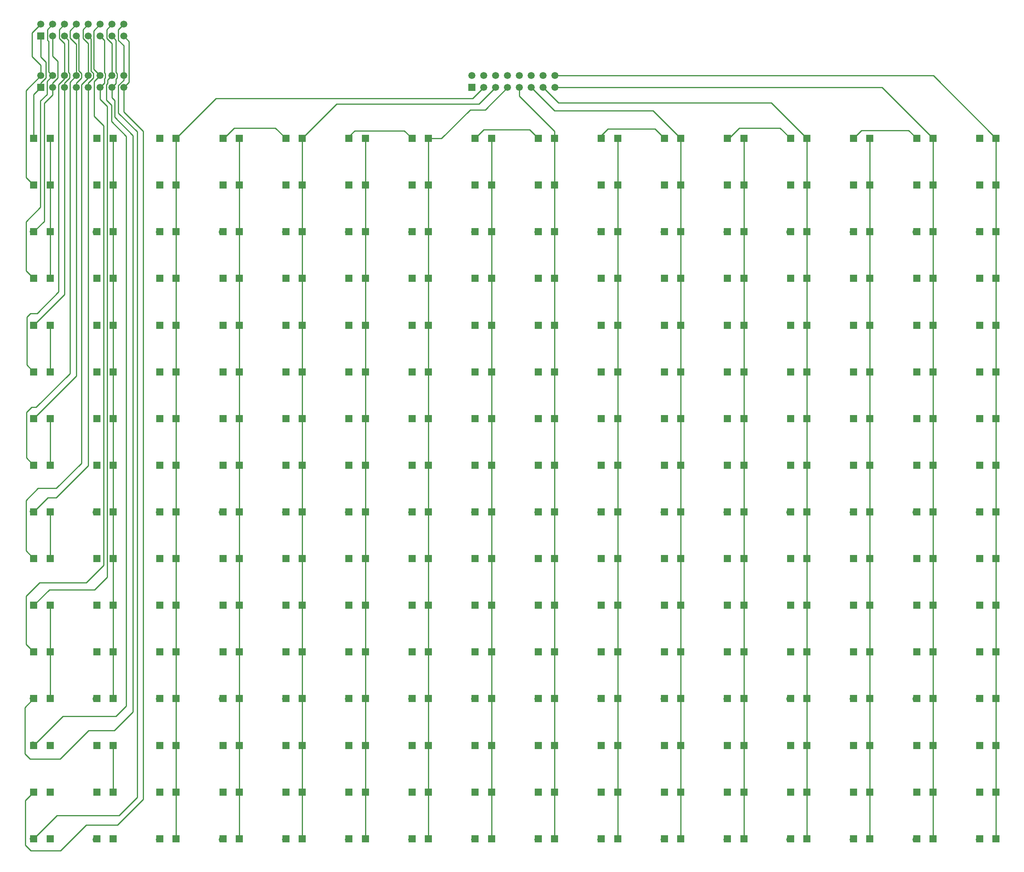
<source format=gbr>
G04 Layer_Physical_Order=1*
G04 Layer_Color=255*
%FSLAX45Y45*%
%MOMM*%
%TF.FileFunction,Copper,L1,Top,Signal*%
%TF.Part,Single*%
G01*
G75*
%TA.AperFunction,SMDPad,CuDef*%
%ADD10R,1.50000X1.50000*%
%TA.AperFunction,Conductor*%
%ADD11C,0.25400*%
%TA.AperFunction,ComponentPad*%
%ADD12R,1.50000X1.50000*%
%ADD13C,1.50000*%
%TA.AperFunction,ViaPad*%
%ADD14C,1.27000*%
D10*
X14117000Y12625400D02*
D03*
X14467001D02*
D03*
X27616998Y11625402D02*
D03*
X27967001D02*
D03*
X28966998Y11625397D02*
D03*
X29317001D02*
D03*
X19516998Y11625402D02*
D03*
X19867001D02*
D03*
X28966998Y26625397D02*
D03*
X29317001D02*
D03*
X27616992D02*
D03*
X27966995D02*
D03*
X26266998D02*
D03*
X26617001D02*
D03*
X24916998D02*
D03*
X25267001D02*
D03*
X23566998D02*
D03*
X23917001D02*
D03*
X22216994D02*
D03*
X22566995D02*
D03*
X20866998D02*
D03*
X21217001D02*
D03*
X19516998D02*
D03*
X19867001D02*
D03*
X18166998D02*
D03*
X18517001D02*
D03*
X16817000D02*
D03*
X17167001D02*
D03*
X15467000D02*
D03*
X15817001D02*
D03*
X14117000D02*
D03*
X14467001D02*
D03*
X12767000D02*
D03*
X13117001D02*
D03*
X11417000D02*
D03*
X11767002D02*
D03*
X10067000D02*
D03*
X10417002D02*
D03*
X8716996D02*
D03*
X9066997D02*
D03*
X28966998Y25625394D02*
D03*
X29317001D02*
D03*
X27616992D02*
D03*
X27966995D02*
D03*
X26266992D02*
D03*
X26616995D02*
D03*
X24916994D02*
D03*
X25266995D02*
D03*
X23566998D02*
D03*
X23917001D02*
D03*
X22216994D02*
D03*
X22566995D02*
D03*
X20866998D02*
D03*
X21217001D02*
D03*
X19516998D02*
D03*
X19867001D02*
D03*
X18166998D02*
D03*
X18517001D02*
D03*
X16816995D02*
D03*
X17166995D02*
D03*
X15466995D02*
D03*
X15816997D02*
D03*
X14117000D02*
D03*
X14467001D02*
D03*
X12767000D02*
D03*
X13117001D02*
D03*
X11417000D02*
D03*
X11767002D02*
D03*
X10067000D02*
D03*
X10417002D02*
D03*
X8717001D02*
D03*
X9067002D02*
D03*
X28966998Y24625397D02*
D03*
X29317001D02*
D03*
X27616992D02*
D03*
X27966995D02*
D03*
X26266992D02*
D03*
X26616995D02*
D03*
X24916994D02*
D03*
X25266995D02*
D03*
X23566994D02*
D03*
X23916995D02*
D03*
X22216998D02*
D03*
X22567001D02*
D03*
X20866994D02*
D03*
X21216995D02*
D03*
X19516998D02*
D03*
X19867001D02*
D03*
X18166994D02*
D03*
X18516995D02*
D03*
X16816995D02*
D03*
X17166995D02*
D03*
X15466995D02*
D03*
X15816997D02*
D03*
X14117000D02*
D03*
X14467001D02*
D03*
X12767000D02*
D03*
X13117001D02*
D03*
X11417000D02*
D03*
X11767002D02*
D03*
X10067000D02*
D03*
X10417002D02*
D03*
X8716996D02*
D03*
X9066997D02*
D03*
X28966998Y23625398D02*
D03*
X29317001D02*
D03*
X27616998Y23625394D02*
D03*
X27967001D02*
D03*
X26266998D02*
D03*
X26617001D02*
D03*
X24916998D02*
D03*
X25267001D02*
D03*
X23566998D02*
D03*
X23917001D02*
D03*
X22216994D02*
D03*
X22566995D02*
D03*
X20866994D02*
D03*
X21216995D02*
D03*
X19516994D02*
D03*
X19866995D02*
D03*
X18166998D02*
D03*
X18517001D02*
D03*
X16816995D02*
D03*
X17166995D02*
D03*
X15466995D02*
D03*
X15816997D02*
D03*
X14116995D02*
D03*
X14466997D02*
D03*
X12767000D02*
D03*
X13117001D02*
D03*
X11416995D02*
D03*
X11766997D02*
D03*
X10067000D02*
D03*
X10417002D02*
D03*
X8717001D02*
D03*
X9067002D02*
D03*
X28966998Y22625395D02*
D03*
X29317001D02*
D03*
X27616998D02*
D03*
X27967001D02*
D03*
X26266998D02*
D03*
X26617001D02*
D03*
X24916998D02*
D03*
X25267001D02*
D03*
X23566998D02*
D03*
X23917001D02*
D03*
X22216994D02*
D03*
X22566995D02*
D03*
X20866994D02*
D03*
X21216995D02*
D03*
X19516998D02*
D03*
X19867001D02*
D03*
X18166994D02*
D03*
X18516995D02*
D03*
X16817000D02*
D03*
X17167001D02*
D03*
X15467000D02*
D03*
X15817001D02*
D03*
X14117000D02*
D03*
X14467001D02*
D03*
X12767000D02*
D03*
X13117001D02*
D03*
X11417000D02*
D03*
X11767002D02*
D03*
X10067000D02*
D03*
X10417002D02*
D03*
X8717001D02*
D03*
X9067002D02*
D03*
X28966998Y21625397D02*
D03*
X29317001D02*
D03*
X27616992D02*
D03*
X27966995D02*
D03*
X26266992D02*
D03*
X26616995D02*
D03*
X24916994D02*
D03*
X25266995D02*
D03*
X23566994D02*
D03*
X23916995D02*
D03*
X22216994D02*
D03*
X22566995D02*
D03*
X20866998D02*
D03*
X21217001D02*
D03*
X19516994D02*
D03*
X19866995D02*
D03*
X18166994D02*
D03*
X18516995D02*
D03*
X16816995D02*
D03*
X17166995D02*
D03*
X15466995D02*
D03*
X15816997D02*
D03*
X14117000D02*
D03*
X14467001D02*
D03*
X12767000D02*
D03*
X13117001D02*
D03*
X11416995D02*
D03*
X11766997D02*
D03*
X10067000D02*
D03*
X10417002D02*
D03*
X8717001D02*
D03*
X9067002D02*
D03*
X28966998Y20625398D02*
D03*
X29317001D02*
D03*
X27616992Y20625394D02*
D03*
X27966995D02*
D03*
X26266992D02*
D03*
X26616995D02*
D03*
X24916994D02*
D03*
X25266995D02*
D03*
X23566994D02*
D03*
X23916995D02*
D03*
X22216994D02*
D03*
X22566995D02*
D03*
X20866994D02*
D03*
X21216995D02*
D03*
X19516994D02*
D03*
X19866995D02*
D03*
X18166994D02*
D03*
X18516995D02*
D03*
X16816995D02*
D03*
X17166995D02*
D03*
X15466995D02*
D03*
X15816997D02*
D03*
X14117000D02*
D03*
X14467001D02*
D03*
X12766995D02*
D03*
X13116997D02*
D03*
X11416995D02*
D03*
X11766997D02*
D03*
X10066995D02*
D03*
X10416997D02*
D03*
X8716996D02*
D03*
X9066997D02*
D03*
X28966998Y19625397D02*
D03*
X29317001D02*
D03*
X27616992D02*
D03*
X27966995D02*
D03*
X26266992D02*
D03*
X26616995D02*
D03*
X24916994D02*
D03*
X25266995D02*
D03*
X23566994D02*
D03*
X23916995D02*
D03*
X22216998D02*
D03*
X22567001D02*
D03*
X20866998D02*
D03*
X21217001D02*
D03*
X19516998D02*
D03*
X19867001D02*
D03*
X18166994D02*
D03*
X18516995D02*
D03*
X16816995D02*
D03*
X17166995D02*
D03*
X15466995D02*
D03*
X15816997D02*
D03*
X14116995D02*
D03*
X14466997D02*
D03*
X12767000D02*
D03*
X13117001D02*
D03*
X11416995D02*
D03*
X11766997D02*
D03*
X10066995D02*
D03*
X10416997D02*
D03*
X8716996D02*
D03*
X9066997D02*
D03*
X28966998Y18625398D02*
D03*
X29317001D02*
D03*
X27616992D02*
D03*
X27966995D02*
D03*
X26266992D02*
D03*
X26616995D02*
D03*
X24916994D02*
D03*
X25266995D02*
D03*
X23566994D02*
D03*
X23916995D02*
D03*
X22216994D02*
D03*
X22566995D02*
D03*
X20866994D02*
D03*
X21216995D02*
D03*
X19516994D02*
D03*
X19866995D02*
D03*
X18166994D02*
D03*
X18516995D02*
D03*
X16817000D02*
D03*
X17167001D02*
D03*
X15466995D02*
D03*
X15816997D02*
D03*
X14116995D02*
D03*
X14466997D02*
D03*
X12766995D02*
D03*
X13116997D02*
D03*
X11416995D02*
D03*
X11766997D02*
D03*
X10066995D02*
D03*
X10416997D02*
D03*
X8716996D02*
D03*
X9066997D02*
D03*
X28966998Y17625395D02*
D03*
X29317001D02*
D03*
X27616998D02*
D03*
X27967001D02*
D03*
X26266998D02*
D03*
X26617001D02*
D03*
X24916998D02*
D03*
X25267001D02*
D03*
X23566998D02*
D03*
X23917001D02*
D03*
X22216998D02*
D03*
X22567001D02*
D03*
X20866998D02*
D03*
X21217001D02*
D03*
X19516998D02*
D03*
X19867001D02*
D03*
X18166998D02*
D03*
X18517001D02*
D03*
X16817000D02*
D03*
X17167001D02*
D03*
X15467000D02*
D03*
X15817001D02*
D03*
X14117000D02*
D03*
X14467001D02*
D03*
X12767000D02*
D03*
X13117001D02*
D03*
X11417000D02*
D03*
X11767002D02*
D03*
X10067000D02*
D03*
X10417002D02*
D03*
X8717001D02*
D03*
X9067002D02*
D03*
X28966998Y16625397D02*
D03*
X29317001D02*
D03*
X27616998D02*
D03*
X27967001D02*
D03*
X26266998D02*
D03*
X26617001D02*
D03*
X24916998D02*
D03*
X25267001D02*
D03*
X23566998D02*
D03*
X23917001D02*
D03*
X22216998D02*
D03*
X22567001D02*
D03*
X20866994D02*
D03*
X21216995D02*
D03*
X19516998D02*
D03*
X19867001D02*
D03*
X18166998D02*
D03*
X18517001D02*
D03*
X16816995D02*
D03*
X17166995D02*
D03*
X15466995D02*
D03*
X15816997D02*
D03*
X14116995D02*
D03*
X14466997D02*
D03*
X12766995D02*
D03*
X13116997D02*
D03*
X11416995D02*
D03*
X11766997D02*
D03*
X10066995D02*
D03*
X10416997D02*
D03*
X8716996D02*
D03*
X9066997D02*
D03*
X28966998Y15625398D02*
D03*
X29317001D02*
D03*
X27616998D02*
D03*
X27967001D02*
D03*
X26266998D02*
D03*
X26617001D02*
D03*
X24916998D02*
D03*
X25267001D02*
D03*
X23566994D02*
D03*
X23916995D02*
D03*
X22216994D02*
D03*
X22566995D02*
D03*
X20866998D02*
D03*
X21217001D02*
D03*
X19516998D02*
D03*
X19867001D02*
D03*
X18166994D02*
D03*
X18516995D02*
D03*
X16816995D02*
D03*
X17166995D02*
D03*
X15466995D02*
D03*
X15816997D02*
D03*
X14116995D02*
D03*
X14466997D02*
D03*
X12767000D02*
D03*
X13117001D02*
D03*
X11417000D02*
D03*
X11767002D02*
D03*
X10067000D02*
D03*
X10417002D02*
D03*
X8717001D02*
D03*
X9067002D02*
D03*
X28966998Y14625397D02*
D03*
X29317001D02*
D03*
X27616998Y14625401D02*
D03*
X27967001D02*
D03*
X26266992D02*
D03*
X26616995D02*
D03*
X24916994D02*
D03*
X25266995D02*
D03*
X23566994D02*
D03*
X23916995D02*
D03*
X22216994D02*
D03*
X22566995D02*
D03*
X20866994D02*
D03*
X21216995D02*
D03*
X19516994D02*
D03*
X19866995D02*
D03*
X18166994D02*
D03*
X18516995D02*
D03*
X16816995D02*
D03*
X17166995D02*
D03*
X15466995D02*
D03*
X15816997D02*
D03*
X14117000D02*
D03*
X14467001D02*
D03*
X12767000D02*
D03*
X13117001D02*
D03*
X11417000D02*
D03*
X11767002D02*
D03*
X10067000D02*
D03*
X10417002D02*
D03*
X8717001D02*
D03*
X9067002D02*
D03*
X28966998Y13625398D02*
D03*
X29317001D02*
D03*
X27616998D02*
D03*
X27967001D02*
D03*
X26266998D02*
D03*
X26617001D02*
D03*
X24916998D02*
D03*
X25267001D02*
D03*
X23566998D02*
D03*
X23917001D02*
D03*
X22216998D02*
D03*
X22567001D02*
D03*
X20866998D02*
D03*
X21217001D02*
D03*
X19516998D02*
D03*
X19867001D02*
D03*
X18166994D02*
D03*
X18516995D02*
D03*
X16817000D02*
D03*
X17167001D02*
D03*
X15467000D02*
D03*
X15817001D02*
D03*
X14116995D02*
D03*
X14466997D02*
D03*
X12766995D02*
D03*
X13116997D02*
D03*
X11417000D02*
D03*
X11767002D02*
D03*
X10066995D02*
D03*
X10416997D02*
D03*
X8716996D02*
D03*
X9066997D02*
D03*
X28966998Y12625400D02*
D03*
X29317001D02*
D03*
X27616992D02*
D03*
X27966995D02*
D03*
X26266992D02*
D03*
X26616995D02*
D03*
X24916998D02*
D03*
X25267001D02*
D03*
X23566994D02*
D03*
X23916995D02*
D03*
X22216998D02*
D03*
X22567001D02*
D03*
X20866998D02*
D03*
X21217001D02*
D03*
X19516998D02*
D03*
X19867001D02*
D03*
X18166994D02*
D03*
X18516995D02*
D03*
X16816995D02*
D03*
X17166995D02*
D03*
X15466995D02*
D03*
X15816997D02*
D03*
X12767000D02*
D03*
X13117001D02*
D03*
X11417000D02*
D03*
X11767002D02*
D03*
X10067000D02*
D03*
X10417002D02*
D03*
X8717001D02*
D03*
X9067002D02*
D03*
X26266992Y11625402D02*
D03*
X26616995D02*
D03*
X24916998D02*
D03*
X25266995D02*
D03*
X23566998D02*
D03*
X23917001D02*
D03*
X22216998D02*
D03*
X22566995D02*
D03*
X20866998D02*
D03*
X21217001D02*
D03*
X18166998D02*
D03*
X18516995D02*
D03*
X16817000D02*
D03*
X17167001D02*
D03*
X15467000D02*
D03*
X15817001D02*
D03*
X14117000D02*
D03*
X14466997D02*
D03*
X12767000D02*
D03*
X13117001D02*
D03*
X11416995D02*
D03*
X11766997D02*
D03*
X10067000D02*
D03*
X10416997D02*
D03*
X8717001D02*
D03*
X9067002D02*
D03*
D11*
X10644318Y27969397D02*
Y28615683D01*
X10530800Y28729199D02*
X10644318Y28615683D01*
X10530800Y28729199D02*
Y28747363D01*
X10530000Y28748163D02*
X10530800Y28747363D01*
X10530000Y28748163D02*
Y28955679D01*
X10644322Y29070001D01*
X8716996Y13625398D02*
X9341597Y14250000D01*
X10277222Y28956900D02*
X10390322Y29070001D01*
X10277222Y28769153D02*
Y28956900D01*
Y28769153D02*
X10390318Y28656058D01*
Y27969397D02*
Y28656058D01*
X8550000Y15792400D02*
X8717001Y15625398D01*
X10000000Y28105716D02*
X10136318Y27969397D01*
X10000000Y28105716D02*
Y28933679D01*
X10136322Y29070001D01*
X8550000Y17792397D02*
X8717001Y17625395D01*
X9769222Y28956900D02*
X9882322Y29070001D01*
X9769222Y28769153D02*
Y28956900D01*
Y28769153D02*
X9882318Y28656058D01*
Y27969397D02*
Y28656058D01*
X8560000Y19782391D02*
X8716996Y19625397D01*
X9628318Y27969397D02*
Y28641684D01*
X9490000Y28779999D02*
X9628318Y28641684D01*
X9490000Y28779999D02*
Y28931677D01*
X9628322Y29070001D01*
X8570000Y21772398D02*
X8717001Y21625397D01*
X9261222Y28956900D02*
X9374322Y29070001D01*
X9261222Y28769153D02*
Y28956900D01*
Y28769153D02*
X9374318Y28656058D01*
Y27969397D02*
Y28656058D01*
X8550000Y23792393D02*
X8717001Y23625394D01*
X9000000Y27849081D02*
X9120318Y27969397D01*
X9040000Y28049716D02*
X9120318Y27969397D01*
X9040000Y28049716D02*
Y28703598D01*
X9007222Y28736374D02*
X9040000Y28703598D01*
X9007222Y28736374D02*
Y28956900D01*
X9120322Y29070001D01*
X9233418Y27922549D02*
Y28276584D01*
X9120322Y27809454D02*
X9233418Y27922549D01*
X8979418D02*
Y28260583D01*
X8866322Y27809454D02*
X8979418Y27922549D01*
X9460000Y28043661D02*
Y28730322D01*
Y28043661D02*
X9487418Y28016245D01*
Y27922549D02*
Y28016245D01*
X9374322Y27809454D02*
X9487418Y27922549D01*
X9374322Y27715402D02*
Y27809454D01*
X9490000Y27831079D02*
X9628318Y27969397D01*
X9490000Y21589999D02*
Y27831079D01*
X9374322Y28816000D02*
X9460000Y28730322D01*
X8717001Y22625395D02*
X9374318Y23282712D01*
X25266995Y21625397D02*
Y23625394D01*
Y14625401D02*
Y18625398D01*
Y11625402D02*
Y13625398D01*
X14466997Y23625394D02*
Y26625394D01*
Y19625397D02*
Y23625394D01*
Y16625397D02*
Y18625398D01*
Y13625398D02*
Y15625398D01*
Y11625402D02*
Y13625398D01*
X18517001Y23625394D02*
Y25625394D01*
Y17625395D02*
Y20625394D01*
Y22625395D01*
Y11625407D02*
Y13625398D01*
Y16625397D01*
X23566998Y26625397D02*
X23595398D01*
X8716996D02*
Y27566077D01*
X27967001Y17625395D02*
Y19625397D01*
Y21625397D01*
Y23625394D02*
Y26625394D01*
Y11625402D02*
Y13625398D01*
X10417002Y15625398D02*
Y17625395D01*
Y20625394D01*
Y14625401D02*
Y15625398D01*
X8530000Y14438400D02*
X8717001Y14625401D01*
X15817001Y22625395D02*
Y25625394D01*
Y17625395D02*
Y19625397D01*
Y21625397D01*
Y13625398D02*
Y15625398D01*
Y17625395D01*
Y11625402D02*
Y13625398D01*
X21217001Y21625397D02*
Y24625397D01*
Y17625395D02*
Y19625397D01*
Y21625397D01*
Y13625398D02*
Y15625398D01*
Y17625395D01*
X17167001Y24625397D02*
Y26625397D01*
Y22625395D02*
Y24625397D01*
Y18625398D02*
Y22625395D01*
Y13625398D02*
Y17625395D01*
Y11625402D02*
Y13625398D01*
X23917001Y23625394D02*
Y25625394D01*
Y17625395D02*
Y20625394D01*
Y22625395D01*
Y11625402D02*
Y13625398D01*
Y16625397D01*
X9067002Y23625394D02*
Y25625394D01*
Y21625397D02*
Y22625395D01*
X9066997Y14625406D02*
Y16625397D01*
X19867001Y19625397D02*
Y21625397D01*
Y17625395D02*
Y19625397D01*
Y22625395D02*
Y24625397D01*
Y13625398D02*
Y15625398D01*
X11766997Y23625394D02*
Y26625394D01*
Y16625397D02*
Y18625398D01*
Y13625398D02*
Y16625397D01*
Y11625402D02*
Y13625398D01*
Y21625397D02*
Y23625394D01*
X26617001D02*
Y26625397D01*
Y20625394D02*
Y22625395D01*
Y17625395D02*
Y20625394D01*
Y11625407D02*
Y13625398D01*
Y15625398D01*
X8550000Y25792395D02*
X8717001Y25625394D01*
X22566995Y23625394D02*
Y25625394D01*
Y18625398D02*
Y20625394D01*
Y15625398D02*
Y18625398D01*
Y11625402D02*
Y13625398D01*
X13117001Y15625398D02*
Y17625395D01*
Y12625400D02*
Y14625401D01*
Y17625395D02*
Y19625397D01*
Y21625397D01*
X9628322Y27809454D02*
X9741418Y27922549D01*
X9680000Y28077664D02*
Y28764322D01*
Y28077664D02*
X9741418Y28016245D01*
Y27922549D02*
Y28016245D01*
X9628322Y28816000D02*
X9680000Y28764322D01*
X9882322Y27809454D02*
X9995418Y27922549D01*
X9940000Y28071664D02*
Y28758322D01*
Y28071664D02*
X9995418Y28016245D01*
Y27922549D02*
Y28016245D01*
X9882322Y28816000D02*
X9940000Y28758322D01*
X10230000Y28035663D02*
Y28722321D01*
Y28035663D02*
X10249418Y28016245D01*
Y27922549D02*
Y28016245D01*
X10230000Y27903134D02*
X10249418Y27922549D01*
X10230000Y27809082D02*
Y27903134D01*
X10136322Y28816000D02*
X10230000Y28722321D01*
X10136318Y27715399D02*
X10230000Y27809082D01*
X10480000Y28039664D02*
Y28726321D01*
Y28039664D02*
X10503418Y28016245D01*
Y27922549D02*
Y28016245D01*
X10480000Y27899133D02*
X10503418Y27922549D01*
X10480000Y27805081D02*
Y27899133D01*
X10390322Y28816000D02*
X10480000Y28726321D01*
X10437460Y27762540D02*
X10480000Y27805081D01*
X10644322Y28816000D02*
X10757418Y28702905D01*
X10644318Y27875345D02*
Y27969397D01*
X10300218Y27879297D02*
X10390318Y27969397D01*
X10010000Y27843079D02*
X10136318Y27969397D01*
X9120322Y28389679D02*
X9233418Y28276584D01*
X9120322Y28389679D02*
Y28816000D01*
X8680000Y28883679D02*
X8866322Y29070001D01*
X8680000Y28379999D02*
Y28883679D01*
Y28379999D02*
X8866318Y28193683D01*
Y27969397D02*
Y28193683D01*
X8866322Y28373679D02*
X8979418Y28260583D01*
X8866322Y28373679D02*
Y28816000D01*
X15817001Y21625397D02*
Y22625395D01*
X21217001Y24625397D02*
Y25625394D01*
X11767002Y26625397D02*
X12621604Y27479999D01*
X18117178D01*
X10417002Y20625394D02*
Y21625397D01*
X24692397Y26850000D02*
X24916998Y26625397D01*
X16652397Y26789999D02*
X16817000Y26625397D01*
X13892398Y26850000D02*
X14117000Y26625397D01*
X22012392Y26829999D02*
X22216994Y26625397D01*
X27443991Y26798398D02*
X27616992Y26625397D01*
X19332397Y26810001D02*
X19516998Y26625397D01*
X18166998D02*
X18351602Y26810001D01*
X20866998Y26625397D02*
Y26687000D01*
X15467000Y26625397D02*
Y26667001D01*
X26439999Y26798398D02*
X27443991D01*
X26266998Y26625397D02*
X26439999Y26798398D01*
X23820000Y26850000D02*
X24692397D01*
X23595398Y26625397D02*
X23820000Y26850000D01*
X21010001Y26829999D02*
X22012392D01*
X20866998Y26687000D02*
X21010001Y26829999D01*
X18351602Y26810001D02*
X19332397D01*
X15589999Y26789999D02*
X16652397D01*
X15467000Y26667001D02*
X15589999Y26789999D01*
X13010001Y26850000D02*
X13892398D01*
X12790000Y26629999D02*
X13010001Y26850000D01*
X12770000Y26629999D02*
X12790000D01*
X15817001Y25625394D02*
Y26625397D01*
X18517001Y22625395D02*
Y23625394D01*
X27967001Y21625397D02*
Y22625395D01*
X19876578Y27969397D02*
X27973001D01*
X29317001Y26625397D01*
X26876996Y27715399D02*
X27966995Y26625397D01*
X19876578Y27715399D02*
X26876996D01*
X25266995Y23625394D02*
Y24625397D01*
Y13625398D02*
Y14625401D01*
X19622577Y27715399D02*
X19947975Y27389999D01*
X24502399D01*
X25267001Y26625397D01*
X22566995Y13625398D02*
Y14625401D01*
X19368578Y27715399D02*
X19863976Y27220001D01*
X21972392D01*
X22566995Y26625397D01*
X19867001Y21625397D02*
Y22625395D01*
X19114577Y27535422D02*
Y27715399D01*
Y27535422D02*
X19867001Y26782999D01*
Y26625397D02*
Y26782999D01*
X18385179Y27239999D02*
X18860577Y27715399D01*
X18060001Y27239999D02*
X18385179D01*
X17445398Y26625397D02*
X18060001Y27239999D01*
X17167001Y26625397D02*
X17445398D01*
X18251180Y27360001D02*
X18606577Y27715399D01*
X15201604Y27360001D02*
X18251180D01*
X14467001Y26625397D02*
X15201604Y27360001D01*
X18117178Y27479999D02*
X18352577Y27715399D01*
X29317001Y25625394D02*
Y26625397D01*
Y24625397D02*
Y25625394D01*
Y23625398D02*
Y24625397D01*
Y22625395D02*
Y23625398D01*
Y21625397D02*
Y22625395D01*
Y20625398D02*
Y21625397D01*
Y19625397D02*
Y20625398D01*
Y18625398D02*
Y19625397D01*
Y17625395D02*
Y18625398D01*
Y16625397D02*
Y17625395D01*
Y15625398D02*
Y16625397D01*
Y14625397D02*
Y15625398D01*
Y13625398D02*
Y14625397D01*
Y12625400D02*
Y13625398D01*
Y11625397D02*
Y12625400D01*
X27967001Y22625395D02*
Y23625394D01*
Y16625397D02*
Y17625395D01*
Y15625398D02*
Y16625397D01*
Y14625401D02*
Y15625398D01*
Y13625398D02*
Y14625401D01*
X27966995Y26625397D02*
X27967001Y26625394D01*
X26617001Y22625395D02*
Y23625394D01*
Y16625397D02*
Y17625395D01*
Y15625398D02*
Y16625397D01*
X26616995Y11625402D02*
X26617001Y11625407D01*
X25266995Y25625394D02*
Y26625394D01*
Y24625397D02*
Y25625394D01*
Y20625394D02*
Y21625397D01*
Y19625397D02*
Y20625394D01*
Y18625398D02*
Y19625397D01*
Y26625394D02*
X25267001Y26625397D01*
X23917001Y25625394D02*
Y26625397D01*
Y22625395D02*
Y23625394D01*
Y16625397D02*
Y17625395D01*
X22566995Y25625394D02*
Y26625397D01*
Y22625395D02*
Y23625394D01*
Y21625397D02*
Y22625395D01*
Y20625394D02*
Y21625397D01*
Y14625401D02*
Y15625398D01*
X21217001Y25625394D02*
Y26625397D01*
Y12625400D02*
Y13625398D01*
Y11625402D02*
Y12625400D01*
X19867001Y25625394D02*
Y26625397D01*
Y24625397D02*
Y25625394D01*
Y16625397D02*
Y17625395D01*
Y15625398D02*
Y16625397D01*
Y12625400D02*
Y13625398D01*
Y11625402D02*
Y12625400D01*
X18517001Y25625394D02*
Y26625397D01*
Y16625397D02*
Y17625395D01*
X18516995Y11625402D02*
X18517001Y11625407D01*
X17167001Y17625395D02*
Y18625398D01*
X14466997D02*
Y19625397D01*
Y15625398D02*
Y16625397D01*
Y26625394D02*
X14467001Y26625397D01*
X13117001Y25625394D02*
Y26625397D01*
Y24625397D02*
Y25625394D01*
Y23625394D02*
Y24625397D01*
Y22625395D02*
Y23625394D01*
Y21625397D02*
Y22625395D01*
Y14625401D02*
Y15625398D01*
Y11625402D02*
Y12625400D01*
X11766997Y20625394D02*
Y21625397D01*
Y19625397D02*
Y20625394D01*
Y18625398D02*
Y19625397D01*
Y26625394D02*
X11767002Y26625397D01*
X10416997Y12625405D02*
X10417002Y12625400D01*
X10416997Y12625405D02*
Y13625398D01*
X10540000Y12120000D02*
X10930000Y12510000D01*
X9211598Y12120000D02*
X10540000D01*
X10930000Y12510000D02*
Y26770001D01*
X10417002Y25625394D02*
Y26625397D01*
Y24625397D02*
Y25625394D01*
Y23625394D02*
Y24625397D01*
Y22625395D02*
Y23625394D01*
Y21625397D02*
Y22625395D01*
X10480000Y14250000D02*
X10700000Y14470000D01*
X9341597Y14250000D02*
X10480000D01*
X10700000Y14470000D02*
Y26670001D01*
X8940000Y24848401D02*
Y27379999D01*
X8860000Y25150000D02*
Y27429999D01*
X8940000Y27379999D02*
X9120318Y27560318D01*
X8860000Y27429999D02*
X9000000Y27570001D01*
X9066997Y14625406D02*
X9067002Y14625401D01*
X9066997Y17625400D02*
X9067002Y17625395D01*
X9066997Y17625400D02*
Y18625398D01*
Y19625397D02*
Y20625394D01*
X8650000Y22880000D02*
X8790000D01*
X9250000Y23339999D01*
X9066997Y25625400D02*
X9067002Y25625394D01*
X9066997Y25625400D02*
Y26625397D01*
X8540000Y12448400D02*
X8717001Y12625400D01*
X8540000Y11490000D02*
Y12448400D01*
Y11490000D02*
X8660000Y11370000D01*
X9290000D01*
X9840000Y11920000D01*
X10510000D01*
X11060000Y12470000D01*
Y26779999D01*
X10644318Y27195682D02*
X11060000Y26779999D01*
X10644318Y27195682D02*
Y27715399D01*
X10450000Y27079999D02*
Y27439999D01*
X10390318Y27499683D02*
X10450000Y27439999D01*
X10390318Y27499683D02*
Y27715399D01*
X10450000Y27079999D02*
X10840000Y26689999D01*
X8530000Y13439999D02*
Y14438400D01*
Y13439999D02*
X8640000Y13330000D01*
X9280000D01*
X9890000Y13939999D01*
X10440000D01*
X10840000Y14339999D01*
Y26689999D01*
X10380000Y26989999D02*
X10700000Y26670001D01*
X10380000Y26989999D02*
Y27339999D01*
X10270000Y27450000D02*
X10380000Y27339999D01*
X10270000Y27450000D02*
Y27777240D01*
X10300218Y27807455D01*
Y27879297D01*
X10390318Y27730319D02*
X10430000Y27770001D01*
X10390318Y27715399D02*
Y27730319D01*
X10644318Y27715399D02*
X10757418Y27828497D01*
Y28702905D01*
X10530000Y27170001D02*
X10930000Y26770001D01*
X10530000Y27761029D02*
X10644318Y27875345D01*
X10530000Y27170001D02*
Y27761029D01*
X9882318Y27715399D02*
X9882322Y27715402D01*
Y27809454D01*
X9741418Y27781418D02*
X9882318Y27922318D01*
X9628318Y27715399D02*
X9628322Y27715402D01*
Y27809454D01*
X9374318Y27715399D02*
X9374322Y27715402D01*
X9120318Y27715399D02*
X9120322Y27715402D01*
Y27809454D01*
X8866318Y27715399D02*
X8866322Y27715402D01*
Y27809454D01*
X8717001Y11625402D02*
X9211598Y12120000D01*
X10136318Y27463681D02*
X10290000Y27310001D01*
Y17230000D02*
Y27310001D01*
X10020000Y16960001D02*
X10290000Y17230000D01*
X8716996Y16625397D02*
X9051598Y16960001D01*
X10020000D01*
X10136318Y27463681D02*
Y27715399D01*
X8550000Y15792400D02*
Y16820000D01*
X8840000Y17110001D01*
X9840000D01*
X10210000Y17480000D01*
Y26900000D01*
X10010000Y27100000D02*
X10210000Y26900000D01*
X10010000Y27100000D02*
Y27843079D01*
X8716996Y18625398D02*
X9021597Y18930000D01*
X9200000D01*
X9882318Y19612317D01*
Y27715399D01*
X8550000Y17792397D02*
Y18870000D01*
X8810000Y19130000D01*
X9200000D01*
X9740000Y19670000D01*
Y27665714D01*
X9741418Y27667133D01*
Y27781418D01*
X8716996Y20625394D02*
X9628318Y21536716D01*
Y27715399D01*
X8560000Y19782391D02*
Y20760001D01*
X8670000Y20870000D01*
X8770000D01*
X9490000Y21589999D01*
X8570000Y21772398D02*
Y22800000D01*
X8650000Y22880000D01*
X9250000Y23339999D02*
Y27779999D01*
X9374318Y27904318D01*
Y23282712D02*
Y27715399D01*
X8550000Y23792393D02*
Y24839999D01*
X8860000Y25150000D01*
X9000000Y27570001D02*
Y27849081D01*
X9120318Y27560318D02*
Y27715399D01*
X8716996Y24625397D02*
X8940000Y24848401D01*
X8550000Y25792395D02*
Y27653079D01*
X8866318Y27969397D01*
X8716996Y27566077D02*
X8866318Y27715399D01*
D12*
X8866322Y28816000D02*
D03*
X8866318Y27715399D02*
D03*
X18098576D02*
D03*
D13*
X8866322Y29070001D02*
D03*
X9120322Y28816000D02*
D03*
Y29070001D02*
D03*
X9374322Y28816000D02*
D03*
Y29070001D02*
D03*
X9628322Y28816000D02*
D03*
Y29070001D02*
D03*
X9882322Y28816000D02*
D03*
Y29070001D02*
D03*
X10136322Y28816000D02*
D03*
Y29070001D02*
D03*
X10390322Y28816000D02*
D03*
Y29070001D02*
D03*
X10644322Y28816000D02*
D03*
Y29070001D02*
D03*
X8866318Y27969397D02*
D03*
X9120318Y27715399D02*
D03*
Y27969397D02*
D03*
X9374318Y27715399D02*
D03*
Y27969397D02*
D03*
X9628318Y27715399D02*
D03*
Y27969397D02*
D03*
X9882318Y27715399D02*
D03*
Y27969397D02*
D03*
X10136318Y27715399D02*
D03*
Y27969397D02*
D03*
X10390318Y27715399D02*
D03*
Y27969397D02*
D03*
X10644318Y27715399D02*
D03*
Y27969397D02*
D03*
X18098576D02*
D03*
X18352577Y27715399D02*
D03*
Y27969397D02*
D03*
X18606577Y27715399D02*
D03*
Y27969397D02*
D03*
X18860577Y27715399D02*
D03*
Y27969397D02*
D03*
X19114577Y27715399D02*
D03*
Y27969397D02*
D03*
X19368578Y27715399D02*
D03*
Y27969397D02*
D03*
X19622577Y27715399D02*
D03*
Y27969397D02*
D03*
X19876578Y27715399D02*
D03*
Y27969397D02*
D03*
D14*
X10420000Y14630000D02*
D03*
Y13630000D02*
D03*
Y12620000D02*
D03*
Y11630000D02*
D03*
X9070000Y18639999D02*
D03*
X9080000Y19620000D02*
D03*
X9070000Y23630000D02*
D03*
Y22630000D02*
D03*
Y21630000D02*
D03*
Y20630000D02*
D03*
X9060000Y16630000D02*
D03*
X9070000Y17620000D02*
D03*
Y14620000D02*
D03*
X9080000Y13630000D02*
D03*
X9070000Y12630000D02*
D03*
Y11630000D02*
D03*
X10040000Y11610000D02*
D03*
X11390000D02*
D03*
X12739999D02*
D03*
X14089999D02*
D03*
X15439999D02*
D03*
X16789999D02*
D03*
X18139999D02*
D03*
X19489999D02*
D03*
X20839998D02*
D03*
X22189998D02*
D03*
X23539998D02*
D03*
X24889998D02*
D03*
X26239999D02*
D03*
X27589999D02*
D03*
X28939996D02*
D03*
X8690000Y11620000D02*
D03*
X10070000Y12620000D02*
D03*
X11420000D02*
D03*
X12770000D02*
D03*
X14120000D02*
D03*
X15470000D02*
D03*
X16820000D02*
D03*
X18170000D02*
D03*
X19520000D02*
D03*
X20870000D02*
D03*
X22219998D02*
D03*
X23569998D02*
D03*
X24919998D02*
D03*
X26269998D02*
D03*
X27619998D02*
D03*
X28969998D02*
D03*
X8720000Y12630000D02*
D03*
X10050000Y13639999D02*
D03*
X11400000D02*
D03*
X12749999D02*
D03*
X14099998D02*
D03*
X15449998D02*
D03*
X16799998D02*
D03*
X18149998D02*
D03*
X19499998D02*
D03*
X20849998D02*
D03*
X22199998D02*
D03*
X23549998D02*
D03*
X24899998D02*
D03*
X26249997D02*
D03*
X27599997D02*
D03*
X28949997D02*
D03*
X8700000Y13650000D02*
D03*
X10040000Y14620000D02*
D03*
X11390000D02*
D03*
X12739999D02*
D03*
X14089999D02*
D03*
X15439999D02*
D03*
X16789999D02*
D03*
X18139999D02*
D03*
X19489999D02*
D03*
X20839998D02*
D03*
X22189998D02*
D03*
X23539998D02*
D03*
X24889998D02*
D03*
X26239999D02*
D03*
X27589999D02*
D03*
X28939996D02*
D03*
X8690000Y14630000D02*
D03*
X10070000Y15620000D02*
D03*
X11420000D02*
D03*
X12770000D02*
D03*
X14120000D02*
D03*
X15470000D02*
D03*
X16820000D02*
D03*
X18170000D02*
D03*
X19520000D02*
D03*
X20870000D02*
D03*
X22219998D02*
D03*
X23569998D02*
D03*
X24919998D02*
D03*
X26269998D02*
D03*
X27619998D02*
D03*
X28969998D02*
D03*
X8720000Y15630000D02*
D03*
X10050000Y16620000D02*
D03*
X11400000D02*
D03*
X12749999D02*
D03*
X14099998D02*
D03*
X15449998D02*
D03*
X16799998D02*
D03*
X18149998D02*
D03*
X19499998D02*
D03*
X20849998D02*
D03*
X22199998D02*
D03*
X23549998D02*
D03*
X24899998D02*
D03*
X26249997D02*
D03*
X27599997D02*
D03*
X28949997D02*
D03*
X8700000Y16630000D02*
D03*
X10050000Y17610001D02*
D03*
X11400000D02*
D03*
X12749999D02*
D03*
X14099998D02*
D03*
X15449998D02*
D03*
X16799998D02*
D03*
X18149998D02*
D03*
X19499998D02*
D03*
X20849998D02*
D03*
X22199998D02*
D03*
X23549998D02*
D03*
X24899998D02*
D03*
X26249997D02*
D03*
X27599997D02*
D03*
X28949997D02*
D03*
X8700000Y17620000D02*
D03*
X10040000Y18620000D02*
D03*
X11390000D02*
D03*
X12739999D02*
D03*
X14089999D02*
D03*
X15439999D02*
D03*
X16789999D02*
D03*
X18139999D02*
D03*
X19489999D02*
D03*
X20839998D02*
D03*
X22189998D02*
D03*
X23539998D02*
D03*
X24889998D02*
D03*
X26239999D02*
D03*
X27589999D02*
D03*
X28939996D02*
D03*
X8690000Y18630000D02*
D03*
X10050000Y19610001D02*
D03*
X11400000D02*
D03*
X12749999D02*
D03*
X14099998D02*
D03*
X15449998D02*
D03*
X16799998D02*
D03*
X18149998D02*
D03*
X19499998D02*
D03*
X20849998D02*
D03*
X22199998D02*
D03*
X23549998D02*
D03*
X24899998D02*
D03*
X26249997D02*
D03*
X27599997D02*
D03*
X28949997D02*
D03*
X8700000Y19620000D02*
D03*
X10050000Y20620000D02*
D03*
X11400000D02*
D03*
X12749999D02*
D03*
X14099998D02*
D03*
X15449998D02*
D03*
X16799998D02*
D03*
X18149998D02*
D03*
X19499998D02*
D03*
X20849998D02*
D03*
X22199998D02*
D03*
X23549998D02*
D03*
X24899998D02*
D03*
X26249997D02*
D03*
X27599997D02*
D03*
X28949997D02*
D03*
X8700000Y20630000D02*
D03*
X10050000Y21620000D02*
D03*
X11400000D02*
D03*
X12749999D02*
D03*
X14099998D02*
D03*
X15449998D02*
D03*
X16799998D02*
D03*
X18149998D02*
D03*
X19499998D02*
D03*
X20849998D02*
D03*
X22199998D02*
D03*
X23549998D02*
D03*
X24899998D02*
D03*
X26249997D02*
D03*
X27599997D02*
D03*
X28949997D02*
D03*
X8700000Y21630000D02*
D03*
X10070000Y22630000D02*
D03*
X11420000D02*
D03*
X12770000D02*
D03*
X14120000D02*
D03*
X15470000D02*
D03*
X16820000D02*
D03*
X18170000D02*
D03*
X19520000D02*
D03*
X20870000D02*
D03*
X22219998D02*
D03*
X23569998D02*
D03*
X24919998D02*
D03*
X26269998D02*
D03*
X27619998D02*
D03*
X28969998D02*
D03*
X8720000Y22639999D02*
D03*
X10070000Y23630000D02*
D03*
X11420000D02*
D03*
X12770000D02*
D03*
X14120000D02*
D03*
X15470000D02*
D03*
X16820000D02*
D03*
X18170000D02*
D03*
X19520000D02*
D03*
X20870000D02*
D03*
X22219998D02*
D03*
X23569998D02*
D03*
X24919998D02*
D03*
X26269998D02*
D03*
X27619998D02*
D03*
X28969998D02*
D03*
X8720000Y23639999D02*
D03*
X10040000Y24620000D02*
D03*
X11390000D02*
D03*
X12739999D02*
D03*
X14089999D02*
D03*
X15439999D02*
D03*
X16789999D02*
D03*
X18139999D02*
D03*
X19489999D02*
D03*
X20839998D02*
D03*
X22189998D02*
D03*
X23539998D02*
D03*
X24889998D02*
D03*
X26239999D02*
D03*
X27589999D02*
D03*
X28939996D02*
D03*
X8690000Y24630000D02*
D03*
X10060000Y25620001D02*
D03*
X11410000D02*
D03*
X12760000D02*
D03*
X14109999D02*
D03*
X15459999D02*
D03*
X16809999D02*
D03*
X18159999D02*
D03*
X19509999D02*
D03*
X20859999D02*
D03*
X22209999D02*
D03*
X23559998D02*
D03*
X24909998D02*
D03*
X26259998D02*
D03*
X27609998D02*
D03*
X28959998D02*
D03*
X8710000Y25629999D02*
D03*
X8720000Y26629999D02*
D03*
X28969998Y26620001D02*
D03*
X27619998D02*
D03*
X26269998D02*
D03*
X24919998D02*
D03*
X23569998D02*
D03*
X22219998D02*
D03*
X20870000D02*
D03*
X19520000D02*
D03*
X18170000D02*
D03*
X16820000D02*
D03*
X15470000D02*
D03*
X14120000D02*
D03*
X12770000D02*
D03*
X11420000D02*
D03*
X10070000D02*
D03*
X26617001Y26625397D02*
D03*
X23917001D02*
D03*
X21217001D02*
D03*
X18517001D02*
D03*
X15817001D02*
D03*
X13117001D02*
D03*
X10417002D02*
D03*
X9066997D02*
D03*
%TF.MD5,367f6a8b3a848214e2baf863f213a560*%
M02*

</source>
